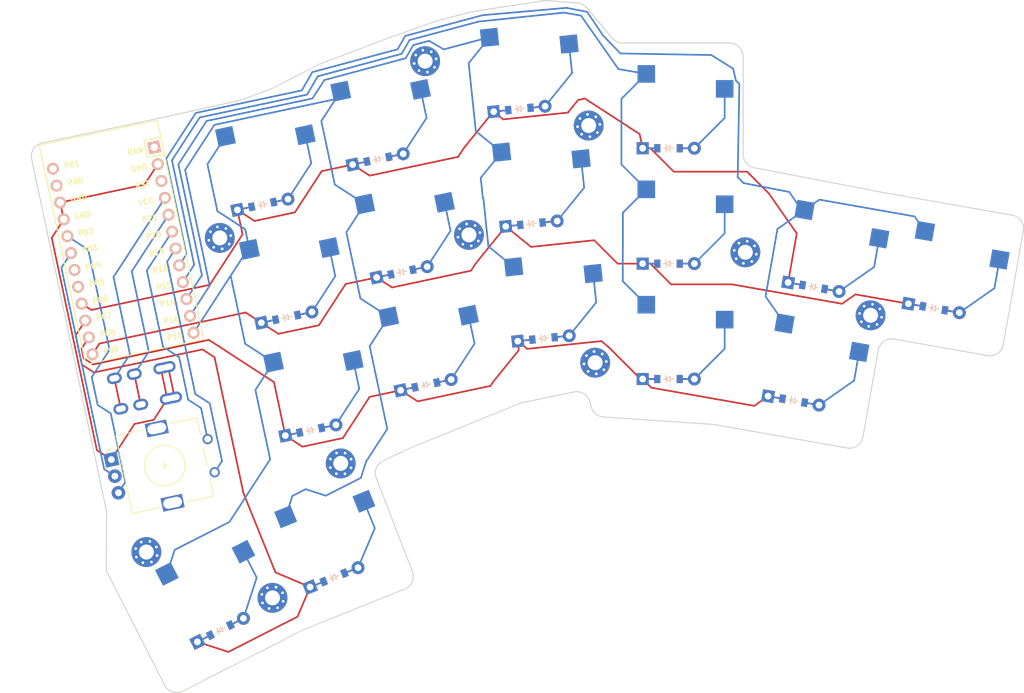
<source format=kicad_pcb>
(kicad_pcb (version 20221018) (generator pcbnew)
  (title_block (title "mimmuErgoV1_right") (rev "v1.0.0") (company "Unknown"))
  (layers (0 "F.Cu" signal) (31 "B.Cu" signal) (34 "B.Paste" user) (35 "F.Paste" user) (36 "B.SilkS" user "B.Silkscreen") (37 "F.SilkS" user "F.Silkscreen") (38 "B.Mask" user) (39 "F.Mask" user) (44 "Edge.Cuts" user))
  (net 0 "")
  (net 1 "P18")
  (net 2 "mirror_pinkie_bottom")
  (net 3 "mirror_pinkie_home")
  (net 4 "mirror_pinkie_top")
  (net 5 "P15")
  (net 6 "mirror_ring_bottom")
  (net 7 "mirror_ring_home")
  (net 8 "mirror_ring_top")
  (net 9 "P14")
  (net 10 "mirror_middle_bottom")
  (net 11 "mirror_middle_home")
  (net 12 "mirror_middle_top")
  (net 13 "P16")
  (net 14 "mirror_index_bottom")
  (net 15 "mirror_index_home")
  (net 16 "mirror_index_top")
  (net 17 "P10")
  (net 18 "mirror_inner_bottom")
  (net 19 "mirror_inner_home")
  (net 20 "mirror_inner_top")
  (net 21 "mirror_layer_cluster")
  (net 22 "mirror_space_cluster")
  (net 23 "P8")
  (net 24 "P6")
  (net 25 "P9")
  (net 26 "P7")
  (net 27 "RAW")
  (net 28 "GND")
  (net 29 "RST")
  (net 30 "VCC")
  (net 31 "P21")
  (net 32 "P20")
  (net 33 "P19")
  (net 34 "P1")
  (net 35 "P0")
  (net 36 "P2")
  (net 37 "P3")
  (net 38 "P4")
  (net 39 "P5")
  (footprint "PG1350" (layer "F.Cu") (at 273.798057 181.799722 12)
    (fp_text reference "S13" hide)
    (fp_text value "" hide)
  )
  (footprint "ComboDiode" (layer "F.Cu") (at 307.370615 156.260809 6)
    (fp_text reference "D8" hide)
    (fp_text value "" hide)
  )
  (footprint "PG1350" (layer "F.Cu") (at 270.263557 165.171225 12)
    (fp_text reference "S14" hide)
    (fp_text value "" hide)
  )
  (footprint "ComboDiode" (layer "F.Cu") (at 278.28885 208.37072 22)
    (fp_text reference "D16" hide)
    (fp_text value "" hide)
  )
  (footprint "ComboDiode" (layer "F.Cu") (at 327.565712 162.14578)
    (fp_text reference "D5" hide)
    (fp_text value "" hide)
  )
  (footprint "PG1350" (layer "F.Cu") (at 283.71198 141.865861 12)
    (fp_text reference "S12" hide)
    (fp_text value "" hide)
  )
  (footprint "PG1350" (layer "F.Cu") (at 327.56572 140.145769)
    (fp_text reference "S6" hide)
    (fp_text value "" hide)
  )
  (footprint "PG1350" (layer "F.Cu") (at 308.624962 168.195088 6)
    (fp_text reference "S7" hide)
    (fp_text value "" hide)
  )
  (footprint "ComboDiode" (layer "F.Cu") (at 327.565711 145.145772)
    (fp_text reference "D6" hide)
    (fp_text value "" hide)
  )
  (footprint "MountingHole_2.2mm_M2_Pad_Via" (layer "F.Cu") (at 291.707631 132.313217 12)
    (fp_text reference "_2" hide)
    (fp_text value "")
  )
  (footprint "ComboDiode" (layer "F.Cu") (at 288.286037 163.385117 12)
    (fp_text reference "D11" hide)
    (fp_text value "" hide)
  )
  (footprint "ComboDiode" (layer "F.Cu") (at 284.751534 146.756599 12)
    (fp_text reference "D12" hide)
    (fp_text value "" hide)
  )
  (footprint "MountingHole_2.2mm_M2_Pad_Via" (layer "F.Cu") (at 316.762855 176.741251 6)
    (fp_text reference "_8" hide)
    (fp_text value "")
  )
  (footprint "ComboDiode" (layer "F.Cu") (at 274.83762 186.690478 12)
    (fp_text reference "D13" hide)
    (fp_text value "" hide)
  )
  (footprint "PG1350" (layer "F.Cu") (at 349.807106 160.666446 -10)
    (fp_text reference "S2" hide)
    (fp_text value "" hide)
  )
  (footprint "MountingHole_2.2mm_M2_Pad_Via" (layer "F.Cu") (at 269.219625 211.388156 27)
    (fp_text reference "_5" hide)
    (fp_text value "")
  )
  (footprint "rotary_encoder" (layer "F.Cu") (at 253.456986 191.91662 12)
    (fp_text reference "ROT1" hide)
    (fp_text value "")
  )
  (footprint "ComboDiode" (layer "F.Cu") (at 291.820537 180.013629 12)
    (fp_text reference "D10" hide)
    (fp_text value "" hide)
  )
  (footprint "ComboDiode" (layer "F.Cu") (at 348.938867 165.590486 -10)
    (fp_text reference "D2" hide)
    (fp_text value "" hide)
  )
  (footprint "MountingHole_2.2mm_M2_Pad_Via" (layer "F.Cu") (at 338.886519 160.475067 -10)
    (fp_text reference "_10" hide)
    (fp_text value "")
  )
  (footprint "PG1350" (layer "F.Cu") (at 287.246479 158.49437 12)
    (fp_text reference "S11" hide)
    (fp_text value "" hide)
  )
  (footprint "PG1350" (layer "F.Cu") (at 346.855086 177.408168 -10)
    (fp_text reference "S1" hide)
    (fp_text value "" hide)
  )
  (footprint "ComboDiode" (layer "F.Cu") (at 327.565714 179.145771)
    (fp_text reference "D4" hide)
    (fp_text value "" hide)
  )
  (footprint "ComboDiode" (layer "F.Cu") (at 261.541055 216.14233 27)
    (fp_text reference "D17" hide)
    (fp_text value "" hide)
  )
  (footprint "MountingHole_2.2mm_M2_Pad_Via" (layer "F.Cu") (at 261.453639 158.353934 12)
    (fp_text reference "_3" hide)
    (fp_text value "")
  )
  (footprint "MountingHole_2.2mm_M2_Pad_Via" (layer "F.Cu") (at 357.341963 169.76305 -10)
    (fp_text reference "_9" hide)
    (fp_text value "")
  )
  (footprint "ComboDiode" (layer "F.Cu") (at 305.593626 139.353945 6)
    (fp_text reference "D9" hide)
    (fp_text value "" hide)
  )
  (footprint "PG1350" (layer "F.Cu") (at 305.070991 134.381336 6)
    (fp_text reference "S9" hide)
    (fp_text value "" hide)
  )
  (footprint "MountingHole_2.2mm_M2_Pad_Via" (layer "F.Cu") (at 315.805251 141.799946 6)
    (fp_text reference "_1" hide)
    (fp_text value "")
  )
  (footprint "MountingHole_2.2mm_M2_Pad_Via" (layer "F.Cu") (at 250.630866 204.641993 27)
    (fp_text reference "_4" hide)
    (fp_text value "")
  )
  (footprint "TRRS-PJ-320A-dual" (layer "F.Cu") (at 242.784196 179.702043 102)
    (fp_text reference "TRRS1")
    (fp_text value "TRRS-PJ-320A-dual")
  )
  (footprint "PG1350" (layer "F.Cu") (at 367.533643 163.792108 -10)
    (fp_text reference "S3" hide)
    (fp_text value "" hide)
  )
  (footprint "PG1350" (layer "F.Cu") (at 327.565715 157.145782)
    (fp_text reference "S5" hide)
    (fp_text value "" hide)
  )
  (footprint "ComboDiode" (layer "F.Cu") (at 271.303113 170.061976 12)
    (fp_text reference "D14" hide)
    (fp_text value "" hide)
  )
  (footprint "PG1350" (layer "F.Cu") (at 276.41582 203.734803 22)
    (fp_text reference "S16" hide)
    (fp_text value "" hide)
  )
  (footprint "MountingHole_2.2mm_M2_Pad_Via" (layer "F.Cu") (at 279.270558 191.580362 22)
    (fp_text reference "_6" hide)
    (fp_text value "")
  )
  (footprint "PG1350" (layer "F.Cu") (at 327.565717 174.145783)
    (fp_text reference "S4" hide)
    (fp_text value "" hide)
  )
  (footprint "PG1350" (layer "F.Cu") (at 259.271108 211.687306 27)
    (fp_text reference "S17" hide)
    (fp_text value "" hide)
  )
  (footprint "ComboDiode" (layer "F.Cu") (at 309.147606 173.167689 6)
    (fp_text reference "D7" hide)
    (fp_text value "" hide)
  )
  (footprint "PG1350" (layer "F.Cu") (at 290.780978 175.122882 12)
    (fp_text reference "S10" hide)
    (fp_text value "" hide)
  )
  (footprint "PG1350" (layer "F.Cu") (at 266.729053 148.542719 12)
    (fp_text reference "S15" hide)
    (fp_text value "" hide)
  )
  (footprint "ComboDiode" (layer "F.Cu") (at 345.98685 182.332211 -10)
    (fp_text reference "D1" hide)
    (fp_text value "" hide)
  )
  (footprint "ComboDiode" (layer "F.Cu") (at 267.768621 153.433448 12)
    (fp_text reference "D15" hide)
    (fp_text value "" hide)
  )
  (footprint "PG1350" (layer "F.Cu") (at 306.847976 151.288211 6)
    (fp_text reference "S8" hide)
    (fp_text value "" hide)
  )
  (footprint "ComboDiode" (layer "F.Cu") (at 366.665409 168.716145 -10)
    (fp_text reference "D3" hide)
    (fp_text value "" hide)
  )
  (footprint "ProMicro" (layer "F.Cu") (at 247.237439 160.251099 -78)
    (fp_text reference "MCU1" hide)
    (fp_text value "" hide)
  )
  (footprint "MountingHole_2.2mm_M2_Pad_Via" (layer "F.Cu") (at 298.163933 157.91178 12)
    (fp_text reference "_7" hide)
    (fp_text value "")
  )
  (gr_arc (start 286.542515 128.814904) (mid 286.559464 128.808593) (end 286.576467 128.80243) (stroke (width 0.15)) (layer "Edge.Cuts"))
  (gr_arc (start 269.163886 136.337224) (mid 269.052435 136.39035) (end 268.937925 136.436515) (stroke (width 0.15)) (layer "Edge.Cuts"))
  (gr_line (start 317.98031 184.741466) (end 334.092044 185.8313) (stroke (width 0.15)) (layer "Edge.Cuts"))
  (gr_line (start 289.3706 189.366833) (end 305.705264 182.718328) (stroke (width 0.15)) (layer "Edge.Cuts"))
  (gr_line (start 315.965567 182.476342) (end 316.187678 183.279269) (stroke (width 0.15)) (layer "Edge.Cuts"))
  (gr_arc (start 298.457879 125.062238) (mid 298.558995 125.03853) (end 298.661207 125.020112) (stroke (width 0.15)) (layer "Edge.Cuts"))
  (gr_arc (start 320.802592 129.645768) (mid 319.954176 129.456925) (end 319.266014 128.925994) (stroke (width 0.15)) (layer "Edge.Cuts"))
  (gr_arc (start 276.047027 132.791417) (mid 276.150438 132.741843) (end 276.256516 132.698266) (stroke (width 0.15)) (layer "Edge.Cuts"))
  (gr_arc (start 256.018936 225.12878) (mid 254.492932 225.248879) (end 253.328954 224.254744) (stroke (width 0.15)) (layer "Edge.Cuts"))
  (gr_line (start 264.372091 138.095745) (end 253.774314 140.454303) (stroke (width 0.15)) (layer "Edge.Cuts"))
  (gr_arc (start 309.208632 123.400008) (mid 309.443793 123.378002) (end 309.679909 123.383864) (stroke (width 0.15)) (layer "Edge.Cuts"))
  (gr_line (start 298.457879 125.062238) (end 293.260239 126.424226) (stroke (width 0.15)) (layer "Edge.Cuts"))
  (gr_line (start 309.208632 123.400008) (end 298.661207 125.020112) (stroke (width 0.15)) (layer "Edge.Cuts"))
  (gr_line (start 286.542515 128.814904) (end 276.256516 132.698266) (stroke (width 0.15)) (layer "Edge.Cuts"))
  (gr_line (start 320.802595 129.645768) (end 336.565702 129.645783) (stroke (width 0.15)) (layer "Edge.Cuts"))
  (gr_arc (start 314.189439 123.763175) (mid 314.945417 123.982182) (end 315.558351 124.47592) (stroke (width 0.15)) (layer "Edge.Cuts"))
  (gr_arc (start 233.735199 146.749295) (mid 234.014393 145.243768) (end 235.276606 144.376978) (stroke (width 0.15)) (layer "Edge.Cuts"))
  (gr_line (start 360.786299 173.264345) (end 374.57361 175.695424) (stroke (width 0.15)) (layer "Edge.Cuts"))
  (gr_arc (start 264.627555 138.020734) (mid 264.501072 138.062494) (end 264.372091 138.095745) (stroke (width 0.15)) (layer "Edge.Cuts"))
  (gr_line (start 306.055722 182.611892) (end 313.634445 181.050728) (stroke (width 0.15)) (layer "Edge.Cuts"))
  (gr_arc (start 340.187306 148.008231) (mid 339.023473 147.317789) (end 338.56571 146.044365) (stroke (width 0.15)) (layer "Edge.Cuts"))
  (gr_arc (start 273.758886 216.089813) (mid 273.839902 216.0508) (end 273.922597 216.015486) (stroke (width 0.15)) (layer "Edge.Cuts"))
  (gr_arc (start 244.732686 198.488436) (mid 244.766332 198.703866) (end 244.776326 198.921677) (stroke (width 0.15)) (layer "Edge.Cuts"))
  (gr_line (start 244.925301 207.761672) (end 253.328954 224.254744) (stroke (width 0.15)) (layer "Edge.Cuts"))
  (gr_line (start 319.266014 128.925994) (end 315.558351 124.47592) (stroke (width 0.15)) (layer "Edge.Cuts"))
  (gr_arc (start 244.925301 207.761672) (mid 244.760561 207.312102) (end 244.707389 206.83626) (stroke (width 0.15)) (layer "Edge.Cuts"))
  (gr_line (start 358.508521 151.538505) (end 340.187303 148.008232) (stroke (width 0.15)) (layer "Edge.Cuts"))
  (gr_arc (start 289.26109 189.415278) (mid 289.315482 189.390236) (end 289.3706 189.366833) (stroke (width 0.15)) (layer "Edge.Cuts"))
  (gr_line (start 376.890529 174.073109) (end 379.84254 157.331365) (stroke (width 0.15)) (layer "Edge.Cuts"))
  (gr_arc (start 334.092046 185.83129) (mid 334.19855 185.84136) (end 334.304361 185.857124) (stroke (width 0.15)) (layer "Edge.Cuts"))
  (gr_arc (start 253.774318 140.454311) (mid 253.764531 140.456464) (end 253.754733 140.458568) (stroke (width 0.15)) (layer "Edge.Cuts"))
  (gr_arc (start 376.890529 174.073109) (mid 376.068074 175.364155) (end 374.57361 175.695424) (stroke (width 0.15)) (layer "Edge.Cuts"))
  (gr_arc (start 356.211973 187.689165) (mid 355.389499 188.980149) (end 353.895052 189.31149) (stroke (width 0.15)) (layer "Edge.Cuts"))
  (gr_line (start 289.835369 207.50689) (end 284.50819 193.736338) (stroke (width 0.15)) (layer "Edge.Cuts"))
  (gr_line (start 293.094738 126.475332) (end 286.576467 128.80243) (stroke (width 0.15)) (layer "Edge.Cuts"))
  (gr_arc (start 378.22022 155.014455) (mid 379.511255 155.836906) (end 379.84254 157.331365) (stroke (width 0.15)) (layer "Edge.Cuts"))
  (gr_arc (start 358.469385 174.886669) (mid 359.291853 173.595675) (end 360.786299 173.264345) (stroke (width 0.15)) (layer "Edge.Cuts"))
  (gr_line (start 256.018936 225.12878) (end 273.758884 216.089807) (stroke (width 0.15)) (layer "Edge.Cuts"))
  (gr_line (start 334.304361 185.857124) (end 353.895052 189.31149) (stroke (width 0.15)) (layer "Edge.Cuts"))
  (gr_line (start 378.22022 155.014455) (end 358.539642 151.544243) (stroke (width 0.15)) (layer "Edge.Cuts"))
  (gr_arc (start 317.98031 184.741466) (mid 316.851145 184.295844) (end 316.187678 183.279269) (stroke (width 0.15)) (layer "Edge.Cuts"))
  (gr_arc (start 313.634449 181.05072) (mid 315.08144 181.303359) (end 315.965567 182.476342) (stroke (width 0.15)) (layer "Edge.Cuts"))
  (gr_line (start 273.922597 216.015487) (end 288.714375 210.084827) (stroke (width 0.15)) (layer "Edge.Cuts"))
  (gr_line (start 338.56571 146.044365) (end 338.565715 131.645771) (stroke (width 0.15)) (layer "Edge.Cuts"))
  (gr_line (start 244.776326 198.921677) (end 244.707389 206.83626) (stroke (width 0.15)) (layer "Edge.Cuts"))
  (gr_line (start 253.754733 140.458568) (end 235.276606 144.376978) (stroke (width 0.15)) (layer "Edge.Cuts"))
  (gr_arc (start 289.83537 207.506886) (mid 289.804193 209.026033) (end 288.714375 210.084827) (stroke (width 0.15)) (layer "Edge.Cuts"))
  (gr_arc (start 358.539642 151.544243) (mid 358.524071 151.541433) (end 358.508521 151.538505) (stroke (width 0.15)) (layer "Edge.Cuts"))
  (gr_line (start 314.189439 123.763175) (end 309.679909 123.383864) (stroke (width 0.15)) (layer "Edge.Cuts"))
  (gr_line (start 276.04703 132.791412) (end 269.163889 136.337223) (stroke (width 0.15)) (layer "Edge.Cuts"))
  (gr_line (start 268.937925 136.436515) (end 264.627557 138.020735) (stroke (width 0.15)) (layer "Edge.Cuts"))
  (gr_arc (start 336.565709 129.64578) (mid 337.979907 130.231565) (end 338.565715 131.645771) (stroke (width 0.15)) (layer "Edge.Cuts"))
  (gr_line (start 285.510003 191.210758) (end 289.26109 189.415278) (stroke (width 0.15)) (layer "Edge.Cuts"))
  (gr_line (start 356.211973 187.689165) (end 358.469394 174.886663) (stroke (width 0.15)) (layer "Edge.Cuts"))
  (gr_arc (start 305.705264 182.718328) (mid 305.878051 182.65707) (end 306.055722 182.611892) (stroke (width 0.15)) (layer "Edge.Cuts"))
  (gr_arc (start 284.508189 193.736339) (mid 284.514394 192.277317) (end 285.510003 191.210758) (stroke (width 0.15)) (layer "Edge.Cuts"))
  (gr_line (start 233.735198 146.749296) (end 244.73269 198.488441) (stroke (width 0.15)) (layer "Edge.Cuts"))
  (gr_arc (start 293.094739 126.475333) (mid 293.176934 126.447981) (end 293.260239 126.424226) (stroke (width 0.15)) (layer "Edge.Cuts"))
  (segment (start 337.76169 149.393671) (end 338.001001 135.683487) (width 0.25) (layer "B.Cu") (net 1))
  (segment (start 257.917649 139.94117) (end 273.535119 136.62158) (width 0.25) (layer "B.Cu") (net 1))
  (segment (start 256.532467 160.777613) (end 253.537284 146.686359) (width 0.25) (layer "B.Cu") (net 1))
  (segment (start 363.820675 155.191705) (end 349.787167 152.717211) (width 0.25) (layer "B.Cu") (net 1))
  (segment (start 347.710579 155.061921) (end 345.367334 151.587921) (width 0.25) (layer "B.Cu") (net 1))
  (segment (start 275.090759 133.927143) (end 287.647792 130.562489) (width 0.25) (layer "B.Cu") (net 1))
  (segment (start 337.487102 135.151338) (end 337.0869 133.417887) (width 0.25) (layer "B.Cu") (net 1))
  (segment (start 315.573222 125.048663) (end 312.652876 124.480998) (width 0.25) (layer "B.Cu") (net 1))
  (segment (start 343.617349 157.037371) (end 341.863812 166.982153) (width 0.25) (layer "B.Cu") (net 1))
  (segment (start 365.34161 157.363801) (end 363.820675 155.191705) (width 0.25) (layer "B.Cu") (net 1))
  (segment (start 349.787167 152.717211) (end 347.615068 154.238138) (width 0.25) (layer "B.Cu") (net 1))
  (segment (start 273.535119 136.62158) (end 275.090759 133.927143) (width 0.25) (layer "B.Cu") (net 1))
  (segment (start 338.001001 135.683487) (end 337.487102 135.151338) (width 0.25) (layer "B.Cu") (net 1))
  (segment (start 341.863812 166.982153) (end 344.663044 170.979872) (width 0.25) (layer "B.Cu") (net 1))
  (segment (start 345.367334 151.587921) (end 338.612729 150.274957) (width 0.25) (layer "B.Cu") (net 1))
  (segment (start 320.476973 131.176965) (end 317.922765 128.531989) (width 0.25) (layer "B.Cu") (net 1))
  (segment (start 312.616432 124.450415) (end 300.174435 125.538947) (width 0.25) (layer "B.Cu") (net 1))
  (segment (start 333.874941 131.410838) (end 320.476973 131.176965) (width 0.25) (layer "B.Cu") (net 1))
  (segment (start 347.615068 154.238138) (end 343.617349 157.037371) (width 0.25) (layer "B.Cu") (net 1))
  (segment (start 287.647792 130.562489) (end 288.7864 128.590362) (width 0.25) (layer "B.Cu") (net 1))
  (segment (start 338.612729 150.274957) (end 337.76169 149.393671) (width 0.25) (layer "B.Cu") (net 1))
  (segment (start 253.537284 146.686359) (end 257.917649 139.94117) (width 0.25) (layer "B.Cu") (net 1))
  (segment (start 317.922765 128.531989) (end 315.573222 125.048663) (width 0.25) (layer "B.Cu") (net 1))
  (segment (start 312.652876 124.480998) (end 312.616432 124.450415) (width 0.25) (layer "B.Cu") (net 1))
  (segment (start 288.7864 128.590362) (end 300.174435 125.538947) (width 0.25) (layer "B.Cu") (net 1))
  (segment (start 337.0869 133.417887) (end 333.874941 131.410838) (width 0.25) (layer "B.Cu") (net 1))
  (segment (start 255.483061 162.393557) (end 256.532467 160.777613) (width 0.25) (layer "B.Cu") (net 1))
  (segment (start 347.611768 182.618727) (end 349.738972 182.993806) (width 0.25) (layer "F.Cu") (net 2))
  (segment (start 349.738972 182.993806) (end 354.911468 179.371979) (width 0.25) (layer "B.Cu") (net 2))
  (segment (start 354.911468 179.371979) (end 355.655543 175.152087) (width 0.25) (layer "B.Cu") (net 2))
  (segment (start 347.611768 182.618727) (end 349.738972 182.993806) (width 0.25) (layer "B.Cu") (net 2))
  (segment (start 350.56379 165.877006) (end 352.690977 166.252085) (width 0.25) (layer "F.Cu") (net 3))
  (segment (start 357.863486 162.630263) (end 352.690977 166.252085) (width 0.25) (layer "B.Cu") (net 3))
  (segment (start 358.607572 158.410356) (end 357.863486 162.630263) (width 0.25) (layer "B.Cu") (net 3))
  (segment (start 350.56379 165.877006) (end 352.690977 166.252085) (width 0.25) (layer "B.Cu") (net 3))
  (segment (start 368.290349 169.002669) (end 370.417526 169.377754) (width 0.25) (layer "F.Cu") (net 4))
  (segment (start 368.290349 169.002669) (end 370.417526 169.377754) (width 0.25) (layer "B.Cu") (net 4))
  (segment (start 375.590025 165.755921) (end 376.334105 161.536016) (width 0.25) (layer "B.Cu") (net 4))
  (segment (start 370.417526 169.377754) (end 375.590025 165.755921) (width 0.25) (layer "B.Cu") (net 4))
  (segment (start 274.321733 137.239026) (end 258.500279 140.601976) (width 0.25) (layer "B.Cu") (net 5))
  (segment (start 312.160194 125.158472) (end 299.583428 126.480343) (width 0.25) (layer "B.Cu") (net 5))
  (segment (start 288.241217 131.231703) (end 275.877369 134.544588) (width 0.25) (layer "B.Cu") (net 5))
  (segment (start 254.402956 146.911285) (end 257.676756 162.313264) (width 0.25) (layer "B.Cu") (net 5))
  (segment (start 314.667099 125.600511) (end 312.160194 125.158472) (width 0.25) (layer "B.Cu") (net 5))
  (segment (start 320.627676 137.858813) (end 320.62767 147.532732) (width 0.25) (layer "B.Cu") (net 5))
  (segment (start 320.827679 159.598766) (end 320.827674 164.732738) (width 0.25) (layer "B.Cu") (net 5))
  (segment (start 324.290723 151.195783) (end 320.839811 154.646693) (width 0.25) (layer "B.Cu") (net 5))
  (segment (start 320.177778 133.470565) (end 314.667099 125.600511) (width 0.25) (layer "B.Cu") (net 5))
  (segment (start 258.500279 140.601976) (end 254.402956 146.911285) (width 0.25) (layer "B.Cu") (net 5))
  (segment (start 320.839811 154.646693) (end 320.83981 159.586614) (width 0.25) (layer "B.Cu") (net 5))
  (segment (start 275.877369 134.544588) (end 274.321733 137.239026) (width 0.25) (layer "B.Cu") (net 5))
  (segment (start 289.410692 129.206127) (end 288.241217 131.231703) (width 0.25) (layer "B.Cu") (net 5))
  (segment (start 320.827674 164.732738) (end 324.290707 168.195774) (width 0.25) (layer "B.Cu") (net 5))
  (segment (start 320.83981 159.586614) (end 320.827679 159.598766) (width 0.25) (layer "B.Cu") (net 5))
  (segment (start 299.583428 126.480343) (end 289.410692 129.206127) (width 0.25) (layer "B.Cu") (net 5))
  (segment (start 320.62767 147.532732) (end 324.290723 151.195783) (width 0.25) (layer "B.Cu") (net 5))
  (segment (start 324.290719 134.195779) (end 320.627676 137.858813) (width 0.25) (layer "B.Cu") (net 5))
  (segment (start 257.676756 162.313264) (end 256.011161 164.878055) (width 0.25) (layer "B.Cu") (net 5))
  (segment (start 324.290721 134.195783) (end 320.177778 133.470565) (width 0.25) (layer "B.Cu") (net 5))
  (segment (start 329.215717 179.14577) (end 331.375706 179.145776) (width 0.25) (layer "F.Cu") (net 6))
  (segment (start 331.375706 179.145776) (end 335.840709 174.680767) (width 0.25) (layer "B.Cu") (net 6))
  (segment (start 329.215717 179.14577) (end 331.375706 179.145776) (width 0.25) (layer "B.Cu") (net 6))
  (segment (start 335.840709 174.680767) (end 335.840723 170.395772) (width 0.25) (layer "B.Cu") (net 6))
  (segment (start 329.215718 162.145774) (end 331.375719 162.145783) (width 0.25) (layer "F.Cu") (net 7))
  (segment (start 329.215718 162.145774) (end 331.375719 162.145783) (width 0.25) (layer "B.Cu") (net 7))
  (segment (start 335.840712 157.680765) (end 335.84072 153.395788) (width 0.25) (layer "B.Cu") (net 7))
  (segment (start 331.375719 162.145783) (end 335.840712 157.680765) (width 0.25) (layer "B.Cu") (net 7))
  (segment (start 329.215723 145.145776) (end 331.375712 145.145769) (width 0.25) (layer "F.Cu") (net 8))
  (segment (start 331.375712 145.145769) (end 335.840721 140.680777) (width 0.25) (layer "B.Cu") (net 8))
  (segment (start 329.215723 145.145776) (end 331.375712 145.145769) (width 0.25) (layer "B.Cu") (net 8))
  (segment (start 335.840721 140.680777) (end 335.840709 136.395773) (width 0.25) (layer "B.Cu") (net 8))
  (segment (start 299.176259 142.641852) (end 302.96898 145.713136) (width 0.25) (layer "B.Cu") (net 9))
  (segment (start 259.511087 141.122756) (end 255.351811 147.527475) (width 0.25) (layer "B.Cu") (net 9))
  (segment (start 289.964325 129.941776) (end 288.844045 131.882156) (width 0.25) (layer "B.Cu") (net 9))
  (segment (start 300.28892 152.558549) (end 301.03016 159.611007) (width 0.25) (layer "B.Cu") (net 9))
  (segment (start 288.844045 131.882156) (end 276.868259 135.091057) (width 0.25) (layer "B.Cu") (net 9))
  (segment (start 298.12071 132.598965) (end 299.176259 142.641852) (width 0.25) (layer "B.Cu") (net 9))
  (segment (start 255.351811 147.527475) (end 258.821043 163.848905) (width 0.25) (layer "B.Cu") (net 9))
  (segment (start 275.103547 137.808473) (end 259.511087 141.122756) (width 0.25) (layer "B.Cu") (net 9))
  (segment (start 301.191983 128.806258) (end 301.160511 128.78077) (width 0.25) (layer "B.Cu") (net 9))
  (segment (start 301.160511 128.78077) (end 294.459795 130.576211) (width 0.25) (layer "B.Cu") (net 9))
  (segment (start 258.821043 163.848905) (end 256.539252 167.36255) (width 0.25) (layer "B.Cu") (net 9))
  (segment (start 301.191993 128.806261) (end 298.12071 132.598965) (width 0.25) (layer "B.Cu") (net 9))
  (segment (start 302.96898 145.713136) (end 299.897698 149.505839) (width 0.25) (layer "B.Cu") (net 9))
  (segment (start 292.284242 129.320165) (end 289.964325 129.941776) (width 0.25) (layer "B.Cu") (net 9))
  (segment (start 300.211996 152.496259) (end 300.28892 152.558549) (width 0.25) (layer "B.Cu") (net 9))
  (segment (start 276.868259 135.091057) (end 275.103547 137.808473) (width 0.25) (layer "B.Cu") (net 9))
  (segment (start 299.897698 149.505839) (end 300.211996 152.496259) (width 0.25) (layer "B.Cu") (net 9))
  (segment (start 301.03016 159.611007) (end 304.745954 162.620004) (width 0.25) (layer "B.Cu") (net 9))
  (segment (start 294.459795 130.576211) (end 292.284242 129.320165) (width 0.25) (layer "B.Cu") (net 9))
  (segment (start 310.788559 172.995212) (end 312.936726 172.769438) (width 0.25) (layer "F.Cu") (net 10))
  (segment (start 316.91055 167.862173) (end 316.462654 163.60065) (width 0.25) (layer "B.Cu") (net 10))
  (segment (start 312.936726 172.769438) (end 316.91055 167.862173) (width 0.25) (layer "B.Cu") (net 10))
  (segment (start 310.788559 172.995212) (end 312.936726 172.769438) (width 0.25) (layer "B.Cu") (net 10))
  (segment (start 309.011575 156.08834) (end 311.159747 155.862552) (width 0.25) (layer "F.Cu") (net 11))
  (segment (start 315.133562 150.955296) (end 314.685673 146.693776) (width 0.25) (layer "B.Cu") (net 11))
  (segment (start 309.011575 156.08834) (end 311.159747 155.862552) (width 0.25) (layer "B.Cu") (net 11))
  (segment (start 311.159747 155.862552) (end 315.133562 150.955296) (width 0.25) (layer "B.Cu") (net 11))
  (segment (start 307.234594 139.181473) (end 309.382747 138.955688) (width 0.25) (layer "F.Cu") (net 12))
  (segment (start 307.234594 139.181473) (end 309.382747 138.955688) (width 0.25) (layer "B.Cu") (net 12))
  (segment (start 313.356578 134.04844) (end 312.908683 129.786906) (width 0.25) (layer "B.Cu") (net 12))
  (segment (start 309.382747 138.955688) (end 313.356578 134.04844) (width 0.25) (layer "B.Cu") (net 12))
  (segment (start 257.067359 169.847042) (end 259.965319 165.384555) (width 0.25) (layer "B.Cu") (net 13))
  (segment (start 278.396239 150.491598) (end 282.805988 153.355303) (width 0.25) (layer "B.Cu") (net 13))
  (segment (start 259.965319 165.384555) (end 256.342453 148.340327) (width 0.25) (layer "B.Cu") (net 13))
  (segment (start 260.656596 141.697142) (end 278.507793 137.902747) (width 0.25) (layer "B.Cu") (net 13))
  (segment (start 283.534852 174.304088) (end 286.127962 186.503729) (width 0.25) (layer "B.Cu") (net 13))
  (segment (start 282.167941 167.274131) (end 286.340472 169.983813) (width 0.25) (layer "B.Cu") (net 13))
  (segment (start 286.127962 186.503729) (end 283.023737 191.283807) (width 0.25) (layer "B.Cu") (net 13))
  (segment (start 272.147295 196.376698) (end 272.328269 196.284493) (width 0.25) (layer "B.Cu") (net 13))
  (segment (start 277.069273 196.337948) (end 282.237105 193.704793) (width 0.25) (layer "B.Cu") (net 13))
  (segment (start 276.531277 196.163136) (end 277.069273 196.337948) (width 0.25) (layer "B.Cu") (net 13))
  (segment (start 274.110285 195.37651) (end 276.531277 196.163136) (width 0.25) (layer "B.Cu") (net 13))
  (segment (start 271.150379 199.444896) (end 272.147295 196.376698) (width 0.25) (layer "B.Cu") (net 13))
  (segment (start 276.407763 141.136539) (end 278.396239 150.491598) (width 0.25) (layer "B.Cu") (net 13))
  (segment (start 272.328269 196.284493) (end 274.110285 195.37651) (width 0.25) (layer "B.Cu") (net 13))
  (segment (start 282.237105 193.704793) (end 283.023737 191.283807) (width 0.25) (layer "B.Cu") (net 13))
  (segment (start 286.340469 169.983812) (end 283.534852 174.304088) (width 0.25) (layer "B.Cu") (net 13))
  (segment (start 280.096302 157.527839) (end 282.167941 167.274131) (width 0.25) (layer "B.Cu") (net 13))
  (segment (start 278.507793 137.902747) (end 279.271465 136.726796) (width 0.25) (layer "B.Cu") (net 13))
  (segment (start 256.342453 148.340327) (end 260.656596 141.697142) (width 0.25) (layer "B.Cu") (net 13))
  (segment (start 279.271488 136.726799) (end 276.407763 141.136539) (width 0.25) (layer "B.Cu") (net 13))
  (segment (start 282.805988 153.355303) (end 280.096302 157.527839) (width 0.25) (layer "B.Cu") (net 13))
  (segment (start 293.434483 179.670582) (end 295.54729 179.22148) (width 0.25) (layer "F.Cu") (net 14))
  (segment (start 293.434483 179.670582) (end 295.54729 179.22148) (width 0.25) (layer "B.Cu") (net 14))
  (segment (start 295.54729 179.22148) (end 298.986393 173.925729) (width 0.25) (layer "B.Cu") (net 14))
  (segment (start 298.986393 173.925729) (end 298.095487 169.734353) (width 0.25) (layer "B.Cu") (net 14))
  (segment (start 289.899978 163.042058) (end 292.012775 162.592965) (width 0.25) (layer "F.Cu") (net 15))
  (segment (start 289.899978 163.042058) (end 292.012775 162.592965) (width 0.25) (layer "B.Cu") (net 15))
  (segment (start 295.451886 157.297213) (end 294.56099 153.105846) (width 0.25) (layer "B.Cu") (net 15))
  (segment (start 292.012775 162.592965) (end 295.451886 157.297213) (width 0.25) (layer "B.Cu") (net 15))
  (segment (start 286.365489 146.413553) (end 288.478286 145.964465) (width 0.25) (layer "F.Cu") (net 16))
  (segment (start 288.478286 145.964465) (end 291.917384 140.668707) (width 0.25) (layer "B.Cu") (net 16))
  (segment (start 291.917384 140.668707) (end 291.026487 136.477347) (width 0.25) (layer "B.Cu") (net 16))
  (segment (start 286.365489 146.413553) (end 288.478286 145.964465) (width 0.25) (layer "B.Cu") (net 16))
  (segment (start 263.253195 163.619361) (end 265.544275 160.091412) (width 0.25) (layer "B.Cu") (net 17))
  (segment (start 253.651817 207.872626) (end 254.808238 204.313528) (width 0.25) (layer "B.Cu") (net 17))
  (segment (start 265.185023 173.951005) (end 263.054127 163.925907) (width 0.25) (layer "B.Cu") (net 17))
  (segment (start 265.544275 160.091412) (end 265.823053 160.032156) (width 0.25) (layer "B.Cu") (net 17))
  (segment (start 261.10353 154.426461) (end 265.196502 157.08447) (width 0.25) (layer "B.Cu") (net 17))
  (segment (start 265.185023 173.951005) (end 269.357549 176.66068) (width 0.25) (layer "B.Cu") (net 17))
  (segment (start 257.595448 172.331531) (end 263.253195 163.619361) (width 0.25) (layer "B.Cu") (net 17))
  (segment (start 269.357545 176.660652) (end 266.699543 180.753628) (width 0.25) (layer "B.Cu") (net 17))
  (segment (start 259.630548 147.496619) (end 261.10353 154.426461) (width 0.25) (layer "B.Cu") (net 17))
  (segment (start 265.196502 157.08447) (end 265.823053 160.032157) (width 0.25) (layer "B.Cu") (net 17))
  (segment (start 254.808238 204.313528) (end 257.530767 202.926325) (width 0.25) (layer "B.Cu") (net 17))
  (segment (start 262.288548 143.403645) (end 259.630548 147.496619) (width 0.25) (layer "B.Cu") (net 17))
  (segment (start 257.530767 202.926325) (end 262.876811 200.202388) (width 0.25) (layer "B.Cu") (net 17))
  (segment (start 268.871418 190.971504) (end 262.876811 200.202388) (width 0.25) (layer "B.Cu") (net 17))
  (segment (start 266.699543 180.753628) (end 268.871418 190.971504) (width 0.25) (layer "B.Cu") (net 17))
  (segment (start 276.451556 186.347414) (end 278.56435 185.898324) (width 0.25) (layer "F.Cu") (net 18))
  (segment (start 278.56435 185.898324) (end 282.003463 180.602572) (width 0.25) (layer "B.Cu") (net 18))
  (segment (start 278.56435 185.898324) (end 276.451556 186.347414) (width 0.25) (layer "B.Cu") (net 18))
  (segment (start 282.003463 180.602572) (end 281.112566 176.411212) (width 0.25) (layer "B.Cu") (net 18))
  (segment (start 272.917054 169.718908) (end 275.029852 169.269814) (width 0.25) (layer "F.Cu") (net 19))
  (segment (start 275.029852 169.269814) (end 278.468963 163.974063) (width 0.25) (layer "B.Cu") (net 19))
  (segment (start 278.468963 163.974063) (end 277.578056 159.782714) (width 0.25) (layer "B.Cu") (net 19))
  (segment (start 272.917054 169.718908) (end 275.029852 169.269814) (width 0.25) (layer "B.Cu") (net 19))
  (segment (start 269.382562 153.090408) (end 271.495368 152.641319) (width 0.25) (layer "F.Cu") (net 20))
  (segment (start 271.495368 152.641319) (end 274.934461 147.345555) (width 0.25) (layer "B.Cu") (net 20))
  (segment (start 269.382562 153.090408) (end 271.495368 152.641319) (width 0.25) (layer "B.Cu") (net 20))
  (segment (start 274.934461 147.345555) (end 274.043556 143.154191) (width 0.25) (layer "B.Cu") (net 20))
  (segment (start 279.818706 207.752615) (end 281.821424 206.943464) (width 0.25) (layer "F.Cu") (net 21))
  (segment (start 279.818706 207.752615) (end 281.821424 206.943464) (width 0.25) (layer "B.Cu") (net 21))
  (segment (start 284.288678 201.130986) (end 282.683486 197.157988) (width 0.25) (layer "B.Cu") (net 21))
  (segment (start 281.821424 206.943464) (end 284.288678 201.130986) (width 0.25) (layer "B.Cu") (net 21))
  (segment (start 263.011219 215.393245) (end 264.935792 214.41262) (width 0.25) (layer "F.Cu") (net 22))
  (segment (start 266.887065 208.407211) (end 264.94172 204.589258) (width 0.25) (layer "B.Cu") (net 22))
  (segment (start 263.011219 215.393245) (end 264.935792 214.41262) (width 0.25) (layer "B.Cu") (net 22))
  (segment (start 264.935792 214.41262) (end 266.887065 208.407211) (width 0.25) (layer "B.Cu") (net 22))
  (segment (start 325.915718 179.14578) (end 323.755718 179.145783) (width 0.25) (layer "F.Cu") (net 23))
  (segment (start 273.623532 189.114344) (end 279.588799 187.846398) (width 0.25) (layer "F.Cu") (net 23))
  (segment (start 271.110876 187.482609) (end 273.623532 189.114344) (width 0.25) (layer "F.Cu") (net 23))
  (segment (start 305.499183 174.904756) (end 301.69289 179.60513) (width 0.25) (layer "F.Cu") (net 23))
  (segment (start 241.083936 174.673198) (end 242.160382 173.015617) (width 0.25) (layer "F.Cu") (net 23))
  (segment (start 301.334369 180.157209) (end 301.334367 180.157206) (width 0.25) (layer "F.Cu") (net 23))
  (segment (start 344.361911 182.045688) (end 342.234732 181.670606) (width 0.25) (layer "F.Cu") (net 23))
  (segment (start 323.755718 179.145783) (end 323.442849 179.145776) (width 0.25) (layer "F.Cu") (net 23))
  (segment (start 259.839449 173.374871) (end 242.79048 176.998738) (width 0.25) (layer "F.Cu") (net 23))
  (segment (start 290.206588 180.35668) (end 288.093799 180.805786) (width 0.25) (layer "F.Cu") (net 23))
  (segment (start 340.197432 183.097136) (end 325.033219 180.42326) (width 0.25) (layer "F.Cu") (net 23))
  (segment (start 317.664437 173.557067) (end 318.661763 174.364676) (width 0.25) (layer "F.Cu") (net 23))
  (segment (start 283.531241 181.775571) (end 288.093799 180.805786) (width 0.25) (layer "F.Cu") (net 23))
  (segment (start 242.79048 176.998738) (end 241.384117 176.085428) (width 0.25) (layer "F.Cu") (net 23))
  (segment (start 290.606443 182.437505) (end 301.334369 180.157209) (width 0.25) (layer "F.Cu") (net 23))
  (segment (start 301.334367 180.157206) (end 301.69289 179.60513) (width 0.25) (layer "F.Cu") (net 23))
  (segment (start 269.436986 179.607584) (end 259.839449 173.374871) (width 0.25) (layer "F.Cu") (net 23))
  (segment (start 305.358468 173.565933) (end 305.499183 174.904756) (width 0.25) (layer "F.Cu") (net 23))
  (segment (start 279.588799 187.846398) (end 283.531241 181.775571) (width 0.25) (layer "F.Cu") (net 23))
  (segment (start 323.442849 179.145776) (end 318.661763 174.364676) (width 0.25) (layer "F.Cu") (net 23))
  (segment (start 305.358468 173.565933) (end 306.762516 174.702903) (width 0.25) (layer "F.Cu") (net 23))
  (segment (start 323.755718 179.145783) (end 325.033219 180.42326) (width 0.25) (layer "F.Cu") (net 23))
  (segment (start 306.762516 174.702903) (end 317.664437 173.557067) (width 0.25) (layer "F.Cu") (net 23))
  (segment (start 305.358468 173.565933) (end 307.506633 173.340154) (width 0.25) (layer "F.Cu") (net 23))
  (segment (start 342.234732 181.670606) (end 340.197432 183.097136) (width 0.25) (layer "F.Cu") (net 23))
  (segment (start 273.223674 187.033522) (end 271.110876 187.482609) (width 0.25) (layer "F.Cu") (net 23))
  (segment (start 271.110878 187.482623) (end 269.436986 179.607584) (width 0.25) (layer "F.Cu") (net 23))
  (segment (start 241.384117 176.085428) (end 241.083936 174.673198) (width 0.25) (layer "F.Cu") (net 23))
  (segment (start 288.093799 180.805786) (end 290.606443 182.437505) (width 0.25) (layer "F.Cu") (net 23))
  (segment (start 307.506633 173.340154) (end 305.358468 173.565933) (width 0.25) (layer "B.Cu") (net 23))
  (segment (start 273.223674 187.033522) (end 271.110876 187.482609) (width 0.25) (layer "B.Cu") (net 23))
  (segment (start 288.093799 180.805786) (end 290.206588 180.35668) (width 0.25) (layer "B.Cu") (net 23))
  (segment (start 323.755718 179.145783) (end 325.915718 179.14578) (width 0.25) (layer "B.Cu") (net 23))
  (segment (start 344.361911 182.045688) (end 342.234732 181.670606) (width 0.25) (layer "B.Cu") (net 23))
  (segment (start 276.462239 148.518551) (end 281.024799 147.548743) (width 0.25) (layer "F.Cu") (net 24))
  (segment (start 315.249538 137.821212) (end 314.247172 138.034278) (width 0.25) (layer "F.Cu") (net 24))
  (segment (start 264.041876 154.225592) (end 264.807175 157.826041) (width 0.25) (layer "F.Cu") (net 24))
  (segment (start 323.31169 143.056859) (end 315.249538 137.821212) (width 0.25) (layer "F.Cu") (net 24))
  (segment (start 346.464013 157.685167) (end 345.186749 164.928885) (width 0.25) (layer "F.Cu") (net 24))
  (segment (start 323.755714 145.145775) (end 324.894714 145.14577) (width 0.25) (layer "F.Cu") (net 24))
  (segment (start 264.807175 157.826041) (end 259.977479 165.263118) (width 0.25) (layer "F.Cu") (net 24))
  (segment (start 301.750995 139.75782) (end 297.408042 145.120913) (width 0.25) (layer "F.Cu") (net 24))
  (segment (start 342.338377 151.793149) (end 346.464013 157.685167) (width 0.25) (layer "F.Cu") (net 24))
  (segment (start 283.137602 147.099662) (end 281.024799 147.548743) (width 0.25) (layer "F.Cu") (net 24))
  (segment (start 314.247172 138.034278) (end 312.747202 139.886604) (width 0.25) (layer "F.Cu") (net 24))
  (segment (start 301.804503 139.752197) (end 301.750995 139.75782) (width 0.25) (layer "F.Cu") (net 24))
  (segment (start 324.894714 145.14577) (end 328.347694 148.598761) (width 0.25) (layer "F.Cu") (net 24))
  (segment (start 266.554528 155.857334) (end 272.519806 154.589374) (width 0.25) (layer "F.Cu") (net 24))
  (segment (start 347.313924 165.303958) (end 345.18674 164.928883) (width 0.25) (layer "F.Cu") (net 24))
  (segment (start 266.154683 153.77651) (end 264.041873 154.225604) (width 0.25) (layer "F.Cu") (net 24))
  (segment (start 281.024799 147.548743) (end 283.537445 149.180491) (width 0.25) (layer "F.Cu") (net 24))
  (segment (start 339.143991 148.598764) (end 342.338377 151.793149) (width 0.25) (layer "F.Cu") (net 24))
  (segment (start 259.977479 165.263118) (end 242.529009 168.971902) (width 0.25) (layer "F.Cu") (net 24))
  (segment (start 296.570798 146.410152) (end 297.408042 145.120913) (width 0.25) (layer "F.Cu") (net 24))
  (segment (start 330.027669 148.598756) (end 331.627675 148.598762) (width 0.25) (layer "F.Cu") (net 24))
  (segment (start 323.755714 145.145775) (end 323.31169 143.056859) (width 0.25) (layer "F.Cu") (net 24))
  (segment (start 242.529009 168.971902) (end 241.104196 168.046622) (width 0.25) (layer "F.Cu") (net 24))
  (segment (start 264.041873 154.225604) (end 266.554528 155.857334) (width 0.25) (layer "F.Cu") (net 24))
  (segment (start 325.915721 145.145778) (end 323.755714 145.145775) (width 0.25) (layer "F.Cu") (net 24))
  (segment (start 331.627675 148.598762) (end 339.143991 148.598764) (width 0.25) (layer "F.Cu") (net 24))
  (segment (start 303.208548 140.889172) (end 301.804503 139.752197) (width 0.25) (layer "F.Cu") (net 24))
  (segment (start 328.347694 148.598761) (end 330.027669 148.598756) (width 0.25) (layer "F.Cu") (net 24))
  (segment (start 283.537445 149.180491) (end 296.570798 146.410152) (width 0.25) (layer "F.Cu") (net 24))
  (segment (start 312.747202 139.886604) (end 303.208548 140.889172) (width 0.25) (layer "F.Cu") (net 24))
  (segment (start 301.804503 139.752197) (end 303.952664 139.526414) (width 0.25) (layer "F.Cu") (net 24))
  (segment (start 272.519806 154.589374) (end 276.462239 148.518551) (width 0.25) (layer "F.Cu") (net 24))
  (segment (start 323.755714 145.145775) (end 325.915721 145.145778) (width 0.25) (layer "B.Cu") (net 24))
  (segment (start 281.024799 147.548743) (end 283.137602 147.099662) (width 0.25) (layer "B.Cu") (net 24))
  (segment (start 347.313924 165.303958) (end 345.18674 164.928883) (width 0.25) (layer "B.Cu") (net 24))
  (segment (start 303.952664 139.526414) (end 301.804503 139.752197) (width 0.25) (layer "B.Cu") (net 24))
  (segment (start 266.154683 153.77651) (end 264.041873 154.225604) (width 0.25) (layer "B.Cu") (net 24))
  (segment (start 265.253451 169.345582) (end 243.71175 173.924417) (width 0.25) (layer "F.Cu") (net 25))
  (segment (start 365.040473 168.429628) (end 362.913286 168.054547) (width 0.25) (layer "F.Cu") (net 25))
  (segment (start 298.471077 163.181572) (end 299.165154 162.11278) (width 0.25) (layer "F.Cu") (net 25))
  (segment (start 276.054296 171.217879) (end 279.996738 165.147064) (width 0.25) (layer "F.Cu") (net 25))
  (segment (start 323.755716 162.145786) (end 320.066631 162.145767) (width 0.25) (layer "F.Cu") (net 25))
  (segment (start 316.620277 158.699428) (end 307.309579 159.678015) (width 0.25) (layer "F.Cu") (net 25))
  (segment (start 267.576374 170.854113) (end 265.253451 169.345582) (width 0.25) (layer "F.Cu") (net 25))
  (segment (start 267.576386 170.854113) (end 269.68918 170.405021) (width 0.25) (layer "F.Cu") (net 25))
  (segment (start 355.106328 166.677966) (end 353.132617 168.05998) (width 0.25) (layer "F.Cu") (net 25))
  (segment (start 320.066631 162.145767) (end 316.620277 158.699428) (width 0.25) (layer "F.Cu") (net 25))
  (segment (start 243.71175 173.924417) (end 242.688476 175.500111) (width 0.25) (layer "F.Cu") (net 25))
  (segment (start 303.581488 156.659067) (end 299.165154 162.11278) (width 0.25) (layer "F.Cu") (net 25))
  (segment (start 279.996738 165.147064) (end 284.5593 164.177255) (width 0.25) (layer "F.Cu") (net 25))
  (segment (start 353.132617 168.05998) (end 336.947942 165.206175) (width 0.25) (layer "F.Cu") (net 25))
  (segment (start 303.581488 156.659067) (end 305.729652 156.433288) (width 0.25) (layer "F.Cu") (net 25))
  (segment (start 270.089018 172.485838) (end 276.054296 171.217879) (width 0.25) (layer "F.Cu") (net 25))
  (segment (start 324.894722 162.145767) (end 327.947701 165.198762) (width 0.25) (layer "F.Cu") (net 25))
  (segment (start 284.5593 164.177255) (end 286.834732 165.654941) (width 0.25) (layer "F.Cu") (net 25))
  (segment (start 327.947701 165.198762) (end 336.940531 165.198765) (width 0.25) (layer "F.Cu") (net 25))
  (segment (start 267.576386 170.854113) (end 270.089018 172.485838) (width 0.25) (layer "F.Cu") (net 25))
  (segment (start 362.913286 168.054547) (end 355.106328 166.677966) (width 0.25) (layer "F.Cu") (net 25))
  (segment (start 336.940531 165.198765) (end 336.947942 165.206175) (width 0.25) (layer "F.Cu") (net 25))
  (segment (start 323.755716 162.145786) (end 324.894722 162.145767) (width 0.25) (layer "F.Cu") (net 25))
  (segment (start 286.834732 165.654941) (end 298.471077 163.181572) (width 0.25) (layer "F.Cu") (net 25))
  (segment (start 286.672094 163.728167) (end 284.5593 164.177255) (width 0.25) (layer "F.Cu") (net 25))
  (segment (start 307.309579 159.678015) (end 303.581488 156.659067) (width 0.25) (layer "F.Cu") (net 25))
  (segment (start 325.915725 162.14578) (end 323.755716 162.145786) (width 0.25) (layer "F.Cu") (net 25))
  (segment (start 362.913286 168.054547) (end 365.040473 168.429628) (width 0.25) (layer "B.Cu") (net 25))
  (segment (start 305.729652 156.433288) (end 303.581488 156.659067) (width 0.25) (layer "B.Cu") (net 25))
  (segment (start 286.672094 163.728167) (end 284.5593 164.177255) (width 0.25) (layer "B.Cu") (net 25))
  (segment (start 325.915725 162.14578) (end 323.755716 162.145786) (width 0.25) (layer "B.Cu") (net 25))
  (segment (start 269.68918 170.405021) (end 267.576386 170.854113) (width 0.25) (layer "B.Cu") (net 25))
  (segment (start 262.715299 219.35658) (end 272.902103 214.166144) (width 0.25) (layer "F.Cu") (net 26))
  (segment (start 258.896662 174.786126) (end 242.913978 178.183354) (width 0.25) (layer "F.Cu") (net 26))
  (segment (start 276.759001 208.988819) (end 274.75628 209.797971) (width 0.25) (layer "F.Cu") (net 26))
  (segment (start 241.122734 177.020105) (end 240.209236 172.722433) (width 0.25) (layer "F.Cu") (net 26))
  (segment (start 264.933036 195.95389) (end 260.679829 175.944129) (width 0.25) (layer "F.Cu") (net 26))
  (segment (start 274.75628 209.797971) (end 272.902103 214.166144) (width 0.25) (layer "F.Cu") (net 26))
  (segment (start 258.146322 217.872034) (end 262.715299 219.35658) (width 0.25) (layer "F.Cu") (net 26))
  (segment (start 274.75628 209.797973) (end 274.75071 209.800224) (width 0.25) (layer "F.Cu") (net 26))
  (segment (start 240.209236 172.722433) (end 241.632287 170.531116) (width 0.25) (layer "F.Cu") (net 26))
  (segment (start 242.913978 178.183354) (end 241.122734 177.020105) (width 0.25) (layer "F.Cu") (net 26))
  (segment (start 260.679829 175.944129) (end 258.896662 174.786126) (width 0.25) (layer "F.Cu") (net 26))
  (segment (start 260.070896 216.891414) (end 258.146322 217.872034) (width 0.25) (layer "F.Cu") (net 26))
  (segment (start 274.75071 209.800224) (end 269.65308 207.636406) (width 0.25) (layer "F.Cu") (net 26))
  (segment (start 269.65308 207.636406) (end 264.933036 195.95389) (width 0.25) (layer "F.Cu") (net 26))
  (segment (start 258.146322 217.872034) (end 260.070896 216.891414) (width 0.25) (layer "B.Cu") (net 26))
  (segment (start 276.759001 208.988819) (end 274.75628 209.797971) (width 0.25) (layer "B.Cu") (net 26))
  (segment (start 251.713809 185.166541) (end 253.717699 182.080822) (width 0.25) (layer "F.Cu") (net 28))
  (segment (start 238.463713 155.624151) (end 237.93562 153.139651) (width 0.25) (layer "F.Cu") (net 28))
  (segment (start 252.76131 177.581348) (end 253.837269 177.352647) (width 0.25) (layer "F.Cu") (net 28))
  (segment (start 243.343394 189.631871) (end 236.69406 158.349186) (width 0.25) (layer "F.Cu") (net 28))
  (segment (start 253.837269 177.352647) (end 254.793654 181.85212) (width 0.25) (layer "F.Cu") (net 28))
  (segment (start 245.475409 191.016409) (end 243.343394 189.631871) (width 0.25) (layer "F.Cu") (net 28))
  (segment (start 248.883702 185.768101) (end 251.713809 185.166541) (width 0.25) (layer "F.Cu") (net 28))
  (segment (start 245.475409 191.016409) (end 248.883702 185.768101) (width 0.25) (layer "F.Cu") (net 28))
  (segment (start 253.717699 182.080822) (end 254.793654 181.85212) (width 0.25) (layer "F.Cu") (net 28))
  (segment (start 250.358094 150.499176) (end 252.314488 147.486586) (width 0.25) (layer "F.Cu") (net 28))
  (segment (start 237.93562 153.139651) (end 250.358094 150.499176) (width 0.25) (layer "F.Cu") (net 28))
  (segment (start 253.717699 182.080822) (end 252.76131 177.581348) (width 0.25) (layer "F.Cu") (net 28))
  (segment (start 236.69406 158.349186) (end 238.463713 155.624151) (width 0.25) (layer "F.Cu") (net 28))
  (segment (start 245.914266 179.036724) (end 246.870666 183.536206) (width 0.25) (layer "F.Cu") (net 30))
  (segment (start 245.793447 164.123493) (end 248.211464 175.499368) (width 0.25) (layer "B.Cu") (net 30))
  (segment (start 253.370692 152.455573) (end 245.793447 164.123493) (width 0.25) (layer "B.Cu") (net 30))
  (segment (start 248.211464 175.499368) (end 245.914266 179.036724) (width 0.25) (layer "B.Cu") (net 30))
  (segment (start 249.805107 182.91247) (end 248.848713 178.412993) (width 0.25) (layer "F.Cu") (net 31))
  (segment (start 248.478201 163.287025) (end 250.991858 175.112851) (width 0.25) (layer "B.Cu") (net 31))
  (segment (start 253.898782 154.94007) (end 248.478201 163.287025) (width 0.25) (layer "B.Cu") (net 31))
  (segment (start 250.991858 175.112851) (end 248.848713 178.412993) (width 0.25) (layer "B.Cu") (net 31))
  (segment (start 259.658543 188.001698) (end 258.683939 183.416507) (width 0.25) (layer "B.Cu") (net 32))
  (segment (start 256.78914 182.186009) (end 255.458497 175.925867) (width 0.25) (layer "B.Cu") (net 32))
  (segment (start 255.458497 175.925867) (end 253.086382 174.385392) (width 0.25) (layer "B.Cu") (net 32))
  (segment (start 258.683939 183.416507) (end 256.78914 182.186009) (width 0.25) (layer "B.Cu") (net 32))
  (segment (start 250.700816 163.162187) (end 254.426874 157.424563) (width 0.25) (layer "B.Cu") (net 32))
  (segment (start 253.086382 174.385392) (end 250.700816 163.162187) (width 0.25) (layer "B.Cu") (net 32))
  (segment (start 261.778313 191.229056) (end 259.973071 182.736052) (width 0.25) (layer "B.Cu") (net 33))
  (segment (start 257.838166 181.349627) (end 253.693665 161.851294) (width 0.25) (layer "B.Cu") (net 33))
  (segment (start 253.693665 161.851294) (end 254.954969 159.90906) (width 0.25) (layer "B.Cu") (net 33))
  (segment (start 259.973071 182.736052) (end 257.838166 181.349627) (width 0.25) (layer "B.Cu") (net 33))
  (segment (start 260.698106 192.892438) (end 261.778313 191.229056) (width 0.25) (layer "B.Cu") (net 33))
  (segment (start 242.078461 160.113136) (end 238.99181 158.108644) (width 0.25) (layer "B.Cu") (net 36))
  (segment (start 246.514966 195.907152) (end 247.535526 194.335628) (width 0.25) (layer "B.Cu") (net 36))
  (segment (start 242.588535 178.865934) (end 245.207334 174.833326) (width 0.25) (layer "B.Cu") (net 36))
  (segment (start 245.207334 174.833326) (end 242.078461 160.113136) (width 0.25) (layer "B.Cu") (net 36))
  (segment (start 245.386214 184.223902) (end 243.461761 182.974152) (width 0.25) (layer "B.Cu") (net 36))
  (segment (start 243.461761 182.974152) (end 242.588535 178.865934) (width 0.25) (layer "B.Cu") (net 36))
  (segment (start 247.535526 194.335628) (end 245.386214 184.223902) (width 0.25) (layer "B.Cu") (net 36))
  (segment (start 244.423655 192.441223) (end 238.114229 162.75769) (width 0.25) (layer "B.Cu") (net 37))
  (segment (start 245.995188 193.461784) (end 245.848465 193.49297) (width 0.25) (layer "B.Cu") (net 37))
  (segment (start 238.114229 162.75769) (end 239.519904 160.593145) (width 0.25) (layer "B.Cu") (net 37))
  (segment (start 245.995188 193.461784) (end 244.423655 192.441223) (width 0.25) (layer "B.Cu") (net 37))
)
</source>
